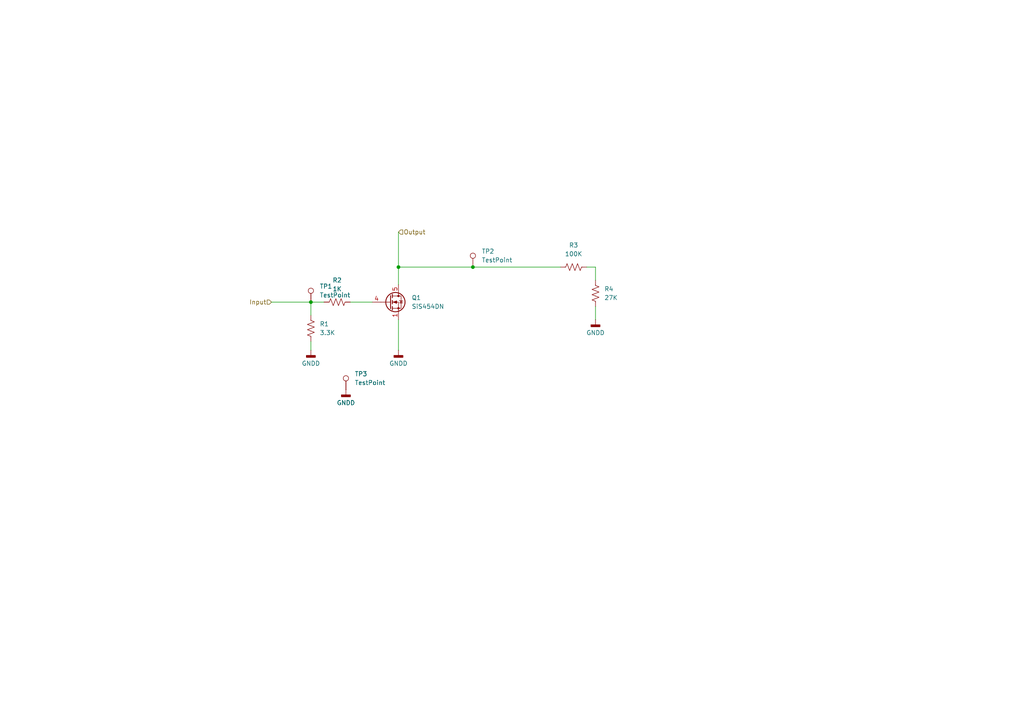
<source format=kicad_sch>
(kicad_sch (version 20231120) (generator "eeschema") (generator_version "8.0")
  (paper "A4")
  (lib_symbols
    (symbol "Connector:TestPoint" (pin_numbers hide) (pin_names (offset 0.762) hide)
      (property "Reference" "TP" (at 0 6.858 0))
      (property "Value" "TestPoint" (at 0 5.08 0))
      (symbol "TestPoint_0_1"
        (circle (center 0 3.302) (radius 0.762))
      )
      (symbol "TestPoint_1_1"
        (pin passive line (at 0 0 90) (length 2.54) (name "1") (number "1"))
      )
    )
    (symbol "Device:R_US" (pin_numbers hide) (pin_names (offset 0))
      (property "Reference" "R" (at 2.54 0 90))
      (property "Value" "R_US" (at -2.54 0 90))
      (symbol "R_US_0_1"
        (polyline (pts (xy 0 -2.286) (xy 0 -2.54)))
        (polyline (pts (xy 0 2.286) (xy 0 2.54)))
        (polyline (pts (xy 0 -0.762) (xy 1.016 -1.143) (xy 0 -1.524) (xy -1.016 -1.905) (xy 0 -2.286)))
        (polyline (pts (xy 0 0.762) (xy 1.016 0.381) (xy 0 0) (xy -1.016 -0.381) (xy 0 -0.762)))
        (polyline (pts (xy 0 2.286) (xy 1.016 1.905) (xy 0 1.524) (xy -1.016 1.143) (xy 0 0.762)))
      )
      (symbol "R_US_1_1"
        (pin passive line (at 0 3.81 270) (length 1.27) (name "~") (number "1"))
        (pin passive line (at 0 -3.81 90) (length 1.27) (name "~") (number "2"))
      )
    )
    (symbol "Transistor_FET:SiS454DN" (pin_names hide)
      (property "Reference" "Q" (at 5.08 1.905 0))
      (property "Value" "SiS454DN" (at 5.08 0 0))
      (symbol "SiS454DN_0_1"
        (polyline (pts (xy 0.254 0) (xy -2.54 0)))
        (polyline (pts (xy 0.254 1.905) (xy 0.254 -1.905)) (stroke (width 0.254)))
        (polyline (pts (xy 0.762 -1.27) (xy 0.762 -2.286)) (stroke (width 0.254)))
        (polyline (pts (xy 0.762 0.508) (xy 0.762 -0.508)) (stroke (width 0.254)))
        (polyline (pts (xy 0.762 2.286) (xy 0.762 1.27)) (stroke (width 0.254)))
        (polyline (pts (xy 2.54 2.54) (xy 2.54 1.778)))
        (polyline (pts (xy 2.54 -2.54) (xy 2.54 0) (xy 0.762 0)))
        (polyline (pts (xy 0.762 -1.778) (xy 3.302 -1.778) (xy 3.302 1.778) (xy 0.762 1.778)))
        (polyline (pts (xy 1.016 0) (xy 2.032 0.381) (xy 2.032 -0.381) (xy 1.016 0)) (fill (type outline)))
        (polyline (pts (xy 2.794 0.508) (xy 2.921 0.381) (xy 3.683 0.381) (xy 3.81 0.254)))
        (polyline (pts (xy 3.302 0.381) (xy 2.921 -0.254) (xy 3.683 -0.254) (xy 3.302 0.381)))
        (circle (center 1.651 0) (radius 2.794) (stroke (width 0.254)))
        (circle (center 2.54 -1.778) (radius 0.254) (fill (type outline)))
        (circle (center 2.54 1.778) (radius 0.254) (fill (type outline)))
      )
      (symbol "SiS454DN_1_1"
        (pin passive line (at 2.54 -5.08 90) (length 2.54) (name "S") (number "1"))
        (pin passive line (at 2.54 -5.08 90) (length 2.54) hide (name "S") (number "2"))
        (pin passive line (at 2.54 -5.08 90) (length 2.54) hide (name "S") (number "3"))
        (pin input line (at -5.08 0 0) (length 2.54) (name "G") (number "4"))
        (pin passive line (at 2.54 5.08 270) (length 2.54) (name "D") (number "5"))
      )
    )
    (symbol "power:GNDD" (power) (pin_numbers hide) (pin_names (offset 0) hide)
      (property "Value" "GNDD" (at 0 -3.175 0))
      (symbol "GNDD_0_1"
        (rectangle (start -1.27 -1.524) (end 1.27 -2.032) (stroke (width 0.254)) (fill (type outline)))
        (polyline (pts (xy 0 0) (xy 0 -1.524)))
      )
      (symbol "GNDD_1_1"
        (pin power_in line (at 0 0 270) (length 0) (name "~") (number "1"))
      )
    )
  )
  (junction (at 115.57 77.47))
  (junction (at 137.16 77.47))
  (junction (at 90.17 87.63))
  (wire (pts (xy 78.74 87.63) (xy 90.17 87.63)))
  (wire (pts (xy 137.16 77.47) (xy 162.56 77.47)))
  (wire (pts (xy 115.57 77.47) (xy 137.16 77.47)))
  (wire (pts (xy 90.17 87.63) (xy 93.98 87.63)))
  (wire (pts (xy 170.18 77.47) (xy 172.72 77.47)))
  (wire (pts (xy 115.57 67.31) (xy 115.57 77.47)))
  (wire (pts (xy 172.72 88.9) (xy 172.72 92.71)))
  (wire (pts (xy 90.17 99.06) (xy 90.17 101.6)))
  (wire (pts (xy 172.72 77.47) (xy 172.72 81.28)))
  (wire (pts (xy 115.57 92.71) (xy 115.57 101.6)))
  (wire (pts (xy 90.17 91.44) (xy 90.17 87.63)))
  (wire (pts (xy 115.57 82.55) (xy 115.57 77.47)))
  (wire (pts (xy 101.6 87.63) (xy 107.95 87.63)))
  (hierarchical_label "Output" (shape input) (at 115.57 67.31 0))
  (hierarchical_label "Input" (shape input) (at 78.74 87.63 180))
  (symbol (lib_id "Device:R_US") (at 90.17 95.25 180) (unit 1)
    (property "Reference" "R1" (at 92.71 93.9799 0) (effects (justify right)))
    (property "Value" "3.3K" (at 92.71 96.5199 0) (effects (justify right)))
    (property "Footprint" "Resistor_SMD:R_0603_1608Metric_Pad0.98x0.95mm_HandSolder" (effects (hide yes)))
    (property "Description" "Resistor, US symbol" (effects (hide yes)))
  )
  (symbol (lib_id "power:GNDD") (at 100.33 113.03 0) (unit 1)
    (property "Reference" "#PWR07" (effects (hide yes)))
    (property "Value" "GNDD" (at 100.33 116.84 0))
    (property "Description" "Power symbol creates a global label with name \"GNDD\" , digital ground" (effects (hide yes)))
  )
  (symbol (lib_id "Device:R_US") (at 172.72 85.09 180) (unit 1)
    (property "Reference" "R4" (at 175.26 83.8199 0) (effects (justify right)))
    (property "Value" "27K" (at 175.26 86.3599 0) (effects (justify right)))
    (property "Footprint" "Resistor_SMD:R_0603_1608Metric_Pad0.98x0.95mm_HandSolder" (effects (hide yes)))
    (property "Description" "Resistor, US symbol" (effects (hide yes)))
  )
  (symbol (lib_id "Device:R_US") (at 97.79 87.63 90) (unit 1)
    (property "Reference" "R2" (at 97.79 81.28 90))
    (property "Value" "1K" (at 97.79 83.82 90))
    (property "Footprint" "Resistor_SMD:R_0603_1608Metric_Pad0.98x0.95mm_HandSolder" (effects (hide yes)))
    (property "Description" "Resistor, US symbol" (effects (hide yes)))
  )
  (symbol (lib_id "Device:R_US") (at 166.37 77.47 90) (unit 1)
    (property "Reference" "R3" (at 166.37 71.12 90))
    (property "Value" "100K" (at 166.37 73.66 90))
    (property "Footprint" "Resistor_SMD:R_0603_1608Metric_Pad0.98x0.95mm_HandSolder" (effects (hide yes)))
    (property "Description" "Resistor, US symbol" (effects (hide yes)))
  )
  (symbol (lib_id "Connector:TestPoint") (at 137.16 77.47 0) (unit 1)
    (property "Reference" "TP2" (at 139.7 72.8979 0) (effects (justify left)))
    (property "Value" "TestPoint" (at 139.7 75.4379 0) (effects (justify left)))
    (property "Footprint" "TestPoint:TestPoint_Loop_D2.54mm_Drill1.5mm_Beaded" (effects (hide yes)))
    (property "Description" "test point" (effects (hide yes)))
  )
  (symbol (lib_id "power:GNDD") (at 172.72 92.71 0) (unit 1)
    (property "Reference" "#PWR03" (effects (hide yes)))
    (property "Value" "GNDD" (at 172.72 96.52 0))
    (property "Description" "Power symbol creates a global label with name \"GNDD\" , digital ground" (effects (hide yes)))
  )
  (symbol (lib_id "Connector:TestPoint") (at 90.17 87.63 0) (unit 1)
    (property "Reference" "TP1" (at 92.71 83.0579 0) (effects (justify left)))
    (property "Value" "TestPoint" (at 92.71 85.5979 0) (effects (justify left)))
    (property "Footprint" "TestPoint:TestPoint_Loop_D2.54mm_Drill1.5mm_Beaded" (effects (hide yes)))
    (property "Description" "test point" (effects (hide yes)))
  )
  (symbol (lib_id "Connector:TestPoint") (at 100.33 113.03 0) (unit 1)
    (property "Reference" "TP3" (at 102.87 108.4579 0) (effects (justify left)))
    (property "Value" "TestPoint" (at 102.87 110.9979 0) (effects (justify left)))
    (property "Footprint" "TestPoint:TestPoint_Loop_D2.54mm_Drill1.5mm_Beaded" (effects (hide yes)))
    (property "Description" "test point" (effects (hide yes)))
  )
  (symbol (lib_id "Transistor_FET:SiS454DN") (at 113.03 87.63 0) (unit 1)
    (property "Reference" "Q1" (at 119.38 86.3599 0) (effects (justify left)))
    (property "Value" "SiS454DN" (at 119.38 88.8999 0) (effects (justify left)))
    (property "Footprint" "Package_SO:Vishay_PowerPAK_1212-8_Single" (effects (hide yes)))
    (property "Datasheet" "https://www.vishay.com/docs/66707/sis454dn.pdf" (effects (hide yes)))
    (property "Description" "35A Id, 20V Vds, N-Channel MOSFET, PowerPAK 1212-8 Single" (effects (hide yes)))
  )
  (symbol (lib_id "power:GNDD") (at 115.57 101.6 0) (unit 1)
    (property "Reference" "#PWR02" (effects (hide yes)))
    (property "Value" "GNDD" (at 115.57 105.41 0))
    (property "Description" "Power symbol creates a global label with name \"GNDD\" , digital ground" (effects (hide yes)))
  )
  (symbol (lib_id "power:GNDD") (at 90.17 101.6 0) (unit 1)
    (property "Reference" "#PWR01" (effects (hide yes)))
    (property "Value" "GNDD" (at 90.17 105.41 0))
    (property "Description" "Power symbol creates a global label with name \"GNDD\" , digital ground" (effects (hide yes)))
  )
)
</source>
